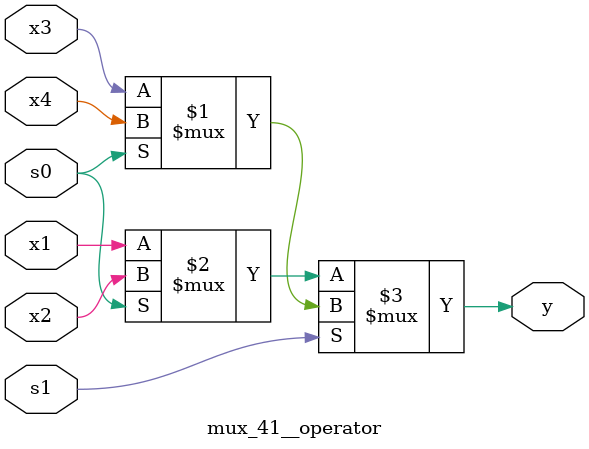
<source format=v>
module mux_41__operator(
    input x1,
    input x2,
    input x3,
    input x4,
    input s0, s1,
    output y
    );
    assign  y = s1 ?  ( s0 ? x4:x3) : ( s0 ? x2:x1);
endmodule

</source>
